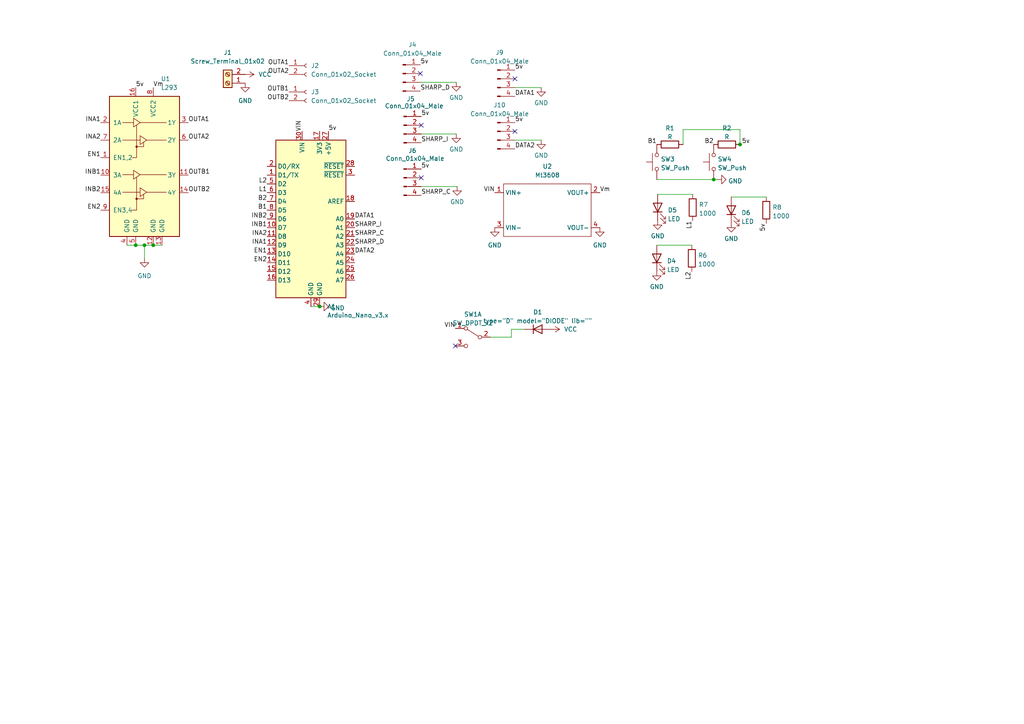
<source format=kicad_sch>
(kicad_sch (version 20230121) (generator eeschema)
  (paper "A4")
  (lib_symbols
    (symbol "Connector:Conn_01x02_Socket" (pin_names (offset 1.016) hide)
      (property "Reference" "J" (at 0 2.54 0))
      (property "Value" "Conn_01x02_Socket" (at 0 -5.08 0))
      (symbol "Conn_01x02_Socket_1_1"
        (arc (start 0 -2.032) (mid -0.5058 -2.54) (end 0 -3.048) (stroke (width 0.1524)))
        (polyline (pts (xy -1.27 -2.54) (xy -0.508 -2.54)) (stroke (width 0.1524)))
        (polyline (pts (xy -1.27 0) (xy -0.508 0)) (stroke (width 0.1524)))
        (arc (start 0 0.508) (mid -0.5058 0) (end 0 -0.508) (stroke (width 0.1524)))
        (pin passive line (at -5.08 0 0) (length 3.81) (name "Pin_1") (number "1"))
        (pin passive line (at -5.08 -2.54 0) (length 3.81) (name "Pin_2") (number "2"))
      )
    )
    (symbol "Connector:Conn_01x04_Male" (pin_names (offset 1.016) hide)
      (property "Reference" "J" (at 0 5.08 0))
      (property "Value" "Conn_01x04_Male" (at 0 -7.62 0))
      (symbol "Conn_01x04_Male_1_1"
        (polyline (pts (xy 1.27 -5.08) (xy 0.8636 -5.08)) (stroke (width 0.1524)))
        (polyline (pts (xy 1.27 -2.54) (xy 0.8636 -2.54)) (stroke (width 0.1524)))
        (polyline (pts (xy 1.27 0) (xy 0.8636 0)) (stroke (width 0.1524)))
        (polyline (pts (xy 1.27 2.54) (xy 0.8636 2.54)) (stroke (width 0.1524)))
        (rectangle (start 0.8636 -4.953) (end 0 -5.207) (stroke (width 0.1524)) (fill (type outline)))
        (rectangle (start 0.8636 -2.413) (end 0 -2.667) (stroke (width 0.1524)) (fill (type outline)))
        (rectangle (start 0.8636 0.127) (end 0 -0.127) (stroke (width 0.1524)) (fill (type outline)))
        (rectangle (start 0.8636 2.667) (end 0 2.413) (stroke (width 0.1524)) (fill (type outline)))
        (pin passive line (at 5.08 2.54 180) (length 3.81) (name "Pin_1") (number "1"))
        (pin passive line (at 5.08 0 180) (length 3.81) (name "Pin_2") (number "2"))
        (pin passive line (at 5.08 -2.54 180) (length 3.81) (name "Pin_3") (number "3"))
        (pin passive line (at 5.08 -5.08 180) (length 3.81) (name "Pin_4") (number "4"))
      )
    )
    (symbol "Connector:Screw_Terminal_01x02" (pin_names (offset 1.016) hide)
      (property "Reference" "J" (at 0 2.54 0))
      (property "Value" "Screw_Terminal_01x02" (at 0 -5.08 0))
      (symbol "Screw_Terminal_01x02_1_1"
        (rectangle (start -1.27 1.27) (end 1.27 -3.81) (stroke (width 0.254)) (fill (type background)))
        (circle (center 0 -2.54) (radius 0.635) (stroke (width 0.1524)))
        (polyline (pts (xy -0.5334 -2.2098) (xy 0.3302 -3.048)) (stroke (width 0.1524)))
        (polyline (pts (xy -0.5334 0.3302) (xy 0.3302 -0.508)) (stroke (width 0.1524)))
        (polyline (pts (xy -0.3556 -2.032) (xy 0.508 -2.8702)) (stroke (width 0.1524)))
        (polyline (pts (xy -0.3556 0.508) (xy 0.508 -0.3302)) (stroke (width 0.1524)))
        (circle (center 0 0) (radius 0.635) (stroke (width 0.1524)))
        (pin passive line (at -5.08 0 0) (length 3.81) (name "Pin_1") (number "1"))
        (pin passive line (at -5.08 -2.54 0) (length 3.81) (name "Pin_2") (number "2"))
      )
    )
    (symbol "Device:LED" (pin_numbers hide) (pin_names (offset 1.016) hide)
      (property "Reference" "D" (at 0 2.54 0))
      (property "Value" "LED" (at 0 -2.54 0))
      (symbol "LED_0_1"
        (polyline (pts (xy -1.27 -1.27) (xy -1.27 1.27)) (stroke (width 0.254)))
        (polyline (pts (xy -1.27 0) (xy 1.27 0)))
        (polyline (pts (xy 1.27 -1.27) (xy 1.27 1.27) (xy -1.27 0) (xy 1.27 -1.27)) (stroke (width 0.254)))
        (polyline (pts (xy -3.048 -0.762) (xy -4.572 -2.286) (xy -3.81 -2.286) (xy -4.572 -2.286) (xy -4.572 -1.524)))
        (polyline (pts (xy -1.778 -0.762) (xy -3.302 -2.286) (xy -2.54 -2.286) (xy -3.302 -2.286) (xy -3.302 -1.524)))
      )
      (symbol "LED_1_1"
        (pin passive line (at -3.81 0 0) (length 2.54) (name "K") (number "1"))
        (pin passive line (at 3.81 0 180) (length 2.54) (name "A") (number "2"))
      )
    )
    (symbol "Device:R" (pin_numbers hide) (pin_names (offset 0))
      (property "Reference" "R" (at 2.032 0 90))
      (property "Value" "R" (at 0 0 90))
      (symbol "R_0_1"
        (rectangle (start -1.016 -2.54) (end 1.016 2.54) (stroke (width 0.254)))
      )
      (symbol "R_1_1"
        (pin passive line (at 0 3.81 270) (length 1.27) (name "~") (number "1"))
        (pin passive line (at 0 -3.81 90) (length 1.27) (name "~") (number "2"))
      )
    )
    (symbol "Driver_Motor:L293" (pin_names (offset 1.016))
      (property "Reference" "U" (at -5.08 26.035 0))
      (property "Value" "L293" (at -5.08 24.13 0))
      (symbol "L293_0_1"
        (rectangle (start -10.16 22.86) (end 10.16 -17.78) (stroke (width 0.254)) (fill (type background)))
        (circle (center -2.286 -6.858) (radius 0.254) (fill (type outline)))
        (circle (center -2.286 8.255) (radius 0.254) (fill (type outline)))
        (polyline (pts (xy -6.35 -4.953) (xy -1.27 -4.953)))
        (polyline (pts (xy -6.35 0.127) (xy -3.175 0.127)))
        (polyline (pts (xy -6.35 10.16) (xy -1.27 10.16)))
        (polyline (pts (xy -6.35 15.24) (xy -3.175 15.24)))
        (polyline (pts (xy -1.27 0.127) (xy 6.35 0.127)))
        (polyline (pts (xy -1.27 15.24) (xy 6.35 15.24)))
        (polyline (pts (xy 0.635 -4.953) (xy 6.35 -4.953)))
        (polyline (pts (xy 0.635 10.16) (xy 6.35 10.16)))
        (polyline (pts (xy -2.286 -6.858) (xy -0.254 -6.858) (xy -0.254 -5.588)))
        (polyline (pts (xy -2.286 -0.635) (xy -2.286 -10.16) (xy -3.556 -10.16)))
        (polyline (pts (xy -2.286 8.255) (xy -0.254 8.255) (xy -0.254 9.525)))
        (polyline (pts (xy -2.286 14.478) (xy -2.286 5.08) (xy -3.556 5.08)))
        (polyline (pts (xy -3.175 1.397) (xy -3.175 -1.143) (xy -1.27 0.127) (xy -3.175 1.397)))
        (polyline (pts (xy -3.175 16.51) (xy -3.175 13.97) (xy -1.27 15.24) (xy -3.175 16.51)))
        (polyline (pts (xy -1.27 -3.683) (xy -1.27 -6.223) (xy 0.635 -4.953) (xy -1.27 -3.683)))
        (polyline (pts (xy -1.27 11.43) (xy -1.27 8.89) (xy 0.635 10.16) (xy -1.27 11.43)))
      )
      (symbol "L293_1_1"
        (pin input line (at -12.7 5.08 0) (length 2.54) (name "EN1,2") (number "1"))
        (pin input line (at -12.7 0 0) (length 2.54) (name "3A") (number "10"))
        (pin output line (at 12.7 0 180) (length 2.54) (name "3Y") (number "11"))
        (pin power_in line (at 2.54 -20.32 90) (length 2.54) (name "GND") (number "12"))
        (pin power_in line (at 5.08 -20.32 90) (length 2.54) (name "GND") (number "13"))
        (pin output line (at 12.7 -5.08 180) (length 2.54) (name "4Y") (number "14"))
        (pin input line (at -12.7 -5.08 0) (length 2.54) (name "4A") (number "15"))
        (pin power_in line (at -2.54 25.4 270) (length 2.54) (name "VCC1") (number "16"))
        (pin input line (at -12.7 15.24 0) (length 2.54) (name "1A") (number "2"))
        (pin output line (at 12.7 15.24 180) (length 2.54) (name "1Y") (number "3"))
        (pin power_in line (at -5.08 -20.32 90) (length 2.54) (name "GND") (number "4"))
        (pin power_in line (at -2.54 -20.32 90) (length 2.54) (name "GND") (number "5"))
        (pin output line (at 12.7 10.16 180) (length 2.54) (name "2Y") (number "6"))
        (pin input line (at -12.7 10.16 0) (length 2.54) (name "2A") (number "7"))
        (pin power_in line (at 2.54 25.4 270) (length 2.54) (name "VCC2") (number "8"))
        (pin input line (at -12.7 -10.16 0) (length 2.54) (name "EN3,4") (number "9"))
      )
    )
    (symbol "GND_1" (power) (pin_names (offset 0))
      (property "Value" "GND_1" (at 0 -3.81 0))
      (symbol "GND_1_0_1"
        (polyline (pts (xy 0 0) (xy 0 -1.27) (xy 1.27 -1.27) (xy 0 -2.54) (xy -1.27 -1.27) (xy 0 -1.27)))
      )
      (symbol "GND_1_1_1"
        (pin power_in line (at 0 0 270) (length 0) hide (name "GND") (number "1"))
      )
    )
    (symbol "MCU_Module:Arduino_Nano_v3.x"
      (property "Reference" "A" (at -10.16 23.495 0))
      (property "Value" "Arduino_Nano_v3.x" (at 5.08 -24.13 0))
      (symbol "Arduino_Nano_v3.x_0_1"
        (rectangle (start -10.16 22.86) (end 10.16 -22.86) (stroke (width 0.254)) (fill (type background)))
      )
      (symbol "Arduino_Nano_v3.x_1_1"
        (pin bidirectional line (at -12.7 12.7 0) (length 2.54) (name "D1/TX") (number "1"))
        (pin bidirectional line (at -12.7 -2.54 0) (length 2.54) (name "D7") (number "10"))
        (pin bidirectional line (at -12.7 -5.08 0) (length 2.54) (name "D8") (number "11"))
        (pin bidirectional line (at -12.7 -7.62 0) (length 2.54) (name "D9") (number "12"))
        (pin bidirectional line (at -12.7 -10.16 0) (length 2.54) (name "D10") (number "13"))
        (pin bidirectional line (at -12.7 -12.7 0) (length 2.54) (name "D11") (number "14"))
        (pin bidirectional line (at -12.7 -15.24 0) (length 2.54) (name "D12") (number "15"))
        (pin bidirectional line (at -12.7 -17.78 0) (length 2.54) (name "D13") (number "16"))
        (pin power_out line (at 2.54 25.4 270) (length 2.54) (name "3V3") (number "17"))
        (pin input line (at 12.7 5.08 180) (length 2.54) (name "AREF") (number "18"))
        (pin bidirectional line (at 12.7 0 180) (length 2.54) (name "A0") (number "19"))
        (pin bidirectional line (at -12.7 15.24 0) (length 2.54) (name "D0/RX") (number "2"))
        (pin bidirectional line (at 12.7 -2.54 180) (length 2.54) (name "A1") (number "20"))
        (pin bidirectional line (at 12.7 -5.08 180) (length 2.54) (name "A2") (number "21"))
        (pin bidirectional line (at 12.7 -7.62 180) (length 2.54) (name "A3") (number "22"))
        (pin bidirectional line (at 12.7 -10.16 180) (length 2.54) (name "A4") (number "23"))
        (pin bidirectional line (at 12.7 -12.7 180) (length 2.54) (name "A5") (number "24"))
        (pin bidirectional line (at 12.7 -15.24 180) (length 2.54) (name "A6") (number "25"))
        (pin bidirectional line (at 12.7 -17.78 180) (length 2.54) (name "A7") (number "26"))
        (pin power_out line (at 5.08 25.4 270) (length 2.54) (name "+5V") (number "27"))
        (pin input line (at 12.7 15.24 180) (length 2.54) (name "~{RESET}") (number "28"))
        (pin power_in line (at 2.54 -25.4 90) (length 2.54) (name "GND") (number "29"))
        (pin input line (at 12.7 12.7 180) (length 2.54) (name "~{RESET}") (number "3"))
        (pin power_in line (at -2.54 25.4 270) (length 2.54) (name "VIN") (number "30"))
        (pin power_in line (at 0 -25.4 90) (length 2.54) (name "GND") (number "4"))
        (pin bidirectional line (at -12.7 10.16 0) (length 2.54) (name "D2") (number "5"))
        (pin bidirectional line (at -12.7 7.62 0) (length 2.54) (name "D3") (number "6"))
        (pin bidirectional line (at -12.7 5.08 0) (length 2.54) (name "D4") (number "7"))
        (pin bidirectional line (at -12.7 2.54 0) (length 2.54) (name "D5") (number "8"))
        (pin bidirectional line (at -12.7 0 0) (length 2.54) (name "D6") (number "9"))
      )
    )
    (symbol "Simulation_SPICE:DIODE" (pin_numbers hide) (pin_names (offset 1.016) hide)
      (property "Reference" "D" (at 0 2.54 0))
      (property "Value" "DIODE" (at 0 -2.54 0))
      (symbol "DIODE_0_1"
        (polyline (pts (xy 1.27 0) (xy -1.27 0)))
        (polyline (pts (xy 1.27 1.27) (xy 1.27 -1.27)) (stroke (width 0.254)))
        (polyline (pts (xy -1.27 -1.27) (xy -1.27 1.27) (xy 1.27 0) (xy -1.27 -1.27)) (stroke (width 0.254)))
      )
      (symbol "DIODE_1_1"
        (pin passive line (at -3.81 0 0) (length 2.54) (name "A") (number "1"))
        (pin passive line (at 3.81 0 180) (length 2.54) (name "K") (number "2"))
      )
    )
    (symbol "Switch:SW_DPDT_x2" (pin_names (offset 0) hide)
      (property "Reference" "SW" (at 0 4.318 0))
      (property "Value" "SW_DPDT_x2" (at 0 -5.08 0))
      (symbol "SW_DPDT_x2_0_0"
        (circle (center -2.032 0) (radius 0.508))
        (circle (center 2.032 -2.54) (radius 0.508))
      )
      (symbol "SW_DPDT_x2_0_1"
        (polyline (pts (xy -1.524 0.254) (xy 1.651 2.286)))
        (circle (center 2.032 2.54) (radius 0.508))
      )
      (symbol "SW_DPDT_x2_1_1"
        (pin passive line (at 5.08 2.54 180) (length 2.54) (name "A") (number "1"))
        (pin passive line (at -5.08 0 0) (length 2.54) (name "B") (number "2"))
        (pin passive line (at 5.08 -2.54 180) (length 2.54) (name "C") (number "3"))
      )
      (symbol "SW_DPDT_x2_2_1"
        (pin passive line (at 5.08 2.54 180) (length 2.54) (name "A") (number "4"))
        (pin passive line (at -5.08 0 0) (length 2.54) (name "B") (number "5"))
        (pin passive line (at 5.08 -2.54 180) (length 2.54) (name "C") (number "6"))
      )
    )
    (symbol "Switch:SW_Push" (pin_numbers hide) (pin_names (offset 1.016) hide)
      (property "Reference" "SW" (at 1.27 2.54 0))
      (property "Value" "SW_Push" (at 0 -1.524 0))
      (symbol "SW_Push_0_1"
        (circle (center -2.032 0) (radius 0.508))
        (polyline (pts (xy 0 1.27) (xy 0 3.048)))
        (polyline (pts (xy 2.54 1.27) (xy -2.54 1.27)))
        (circle (center 2.032 0) (radius 0.508))
        (pin passive line (at -5.08 0 0) (length 2.54) (name "1") (number "1"))
        (pin passive line (at 5.08 0 180) (length 2.54) (name "2") (number "2"))
      )
    )
    (symbol "power:GND" (power) (pin_names (offset 0))
      (property "Value" "GND" (at 0 -3.81 0))
      (symbol "GND_0_1"
        (polyline (pts (xy 0 0) (xy 0 -1.27) (xy 1.27 -1.27) (xy 0 -2.54) (xy -1.27 -1.27) (xy 0 -1.27)))
      )
      (symbol "GND_1_1"
        (pin power_in line (at 0 0 270) (length 0) hide (name "GND") (number "1"))
      )
    )
    (symbol "power:VCC" (power) (pin_names (offset 0))
      (property "Value" "VCC" (at 0 3.81 0))
      (symbol "VCC_0_1"
        (polyline (pts (xy -0.762 1.27) (xy 0 2.54)))
        (polyline (pts (xy 0 0) (xy 0 2.54)))
        (polyline (pts (xy 0 2.54) (xy 0.762 1.27)))
      )
      (symbol "VCC_1_1"
        (pin power_in line (at 0 0 90) (length 0) hide (name "VCC") (number "1"))
      )
    )
    (symbol "propios:Mt3608"
      (property "Reference" "U" (at 0 0 0))
      (property "Value" "Mt3608" (at 0 0 0))
      (symbol "Mt3608_0_1"
        (rectangle (start -12.7 -2.54) (end 12.7 -17.78))
      )
      (symbol "Mt3608_1_1"
        (pin input line (at -15.24 -5.08 0) (length 2.54) (name "VIN+") (number "1"))
        (pin input line (at 15.24 -5.08 180) (length 2.54) (name "VOUT+") (number "2"))
        (pin input line (at -15.24 -15.24 0) (length 2.54) (name "VIN-") (number "3"))
        (pin input line (at 15.24 -15.24 180) (length 2.54) (name "VOUT-") (number "4"))
      )
    )
  )
  (junction (at 39.37 71.12))
  (junction (at 214.63 41.91))
  (junction (at 207.01 52.07))
  (junction (at 92.71 88.9))
  (junction (at 44.45 71.12))
  (junction (at 41.91 71.12))
  (no_connect (at 122.174 36.322))
  (no_connect (at 121.92 21.336))
  (no_connect (at 132.08 100.33))
  (no_connect (at 149.352 22.86))
  (no_connect (at 122.174 51.562))
  (no_connect (at 149.352 38.1))
  (wire (pts (xy 132.334 38.862) (xy 122.174 38.862)))
  (wire (pts (xy 148.336 97.79) (xy 142.24 97.79)))
  (wire (pts (xy 190.5 52.07) (xy 207.01 52.07)))
  (wire (pts (xy 41.91 71.12) (xy 44.45 71.12)))
  (wire (pts (xy 148.336 95.504) (xy 148.336 97.79)))
  (wire (pts (xy 214.63 37.592) (xy 214.63 41.91)))
  (wire (pts (xy 156.972 25.4) (xy 149.352 25.4)))
  (wire (pts (xy 156.972 40.64) (xy 149.352 40.64)))
  (wire (pts (xy 212.09 57.15) (xy 222.25 57.15)))
  (wire (pts (xy 152.146 95.504) (xy 148.336 95.504)))
  (wire (pts (xy 90.17 88.9) (xy 92.71 88.9)))
  (wire (pts (xy 198.12 37.592) (xy 214.63 37.592)))
  (wire (pts (xy 198.12 41.91) (xy 198.12 37.592)))
  (wire (pts (xy 44.45 71.12) (xy 46.99 71.12)))
  (wire (pts (xy 190.5 71.12) (xy 200.66 71.12)))
  (wire (pts (xy 190.754 56.388) (xy 200.914 56.388)))
  (wire (pts (xy 41.91 74.93) (xy 41.91 71.12)))
  (wire (pts (xy 39.37 71.12) (xy 41.91 71.12)))
  (wire (pts (xy 215.138 41.91) (xy 214.63 41.91)))
  (wire (pts (xy 132.334 23.876) (xy 121.92 23.876)))
  (wire (pts (xy 36.83 71.12) (xy 39.37 71.12)))
  (wire (pts (xy 207.01 52.07) (xy 208.026 52.07)))
  (wire (pts (xy 132.588 54.102) (xy 122.174 54.102)))
  (label "B1" (at 77.47 60.96 180))
  (label "INB1" (at 77.47 66.04 180))
  (label "INA2" (at 29.21 40.64 180))
  (label "DATA2" (at 149.352 43.18 0))
  (label "5v" (at 215.138 41.91 0))
  (label "EN2" (at 77.47 76.2 180))
  (label "SHARP_I" (at 102.87 66.04 0))
  (label "5v" (at 222.25 64.77 270))
  (label "L1" (at 200.914 64.008 270))
  (label "SHARP_D" (at 121.92 26.416 0))
  (label "DATA1" (at 102.87 63.5 0))
  (label "B2" (at 207.01 41.91 180))
  (label "INA1" (at 29.21 35.56 180))
  (label "Vm" (at 44.45 25.4 0))
  (label "INA2" (at 77.47 68.58 180))
  (label "EN1" (at 29.21 45.72 180))
  (label "5v" (at 121.92 18.796 0))
  (label "5v" (at 149.352 35.56 0))
  (label "DATA2" (at 102.87 73.66 0))
  (label "SHARP_D" (at 102.87 71.12 0))
  (label "INB2" (at 29.21 55.88 180))
  (label "INB2" (at 77.47 63.5 180))
  (label "OUTA2" (at 54.61 40.64 0))
  (label "OUTB1" (at 54.61 50.8 0))
  (label "5v" (at 95.25 38.1 0))
  (label "INA1" (at 77.47 71.12 180))
  (label "OUTA2" (at 83.82 21.59 180))
  (label "L2" (at 200.66 78.74 270))
  (label "5v" (at 122.174 49.022 0))
  (label "Vm" (at 173.99 55.88 0))
  (label "5v" (at 122.174 33.782 0))
  (label "EN2" (at 29.21 60.96 180))
  (label "VIN" (at 143.51 55.88 180))
  (label "VIN" (at 87.63 38.1 90))
  (label "DATA1" (at 149.352 27.94 0))
  (label "B2" (at 77.47 58.42 180))
  (label "5v" (at 39.37 25.4 0))
  (label "OUTB2" (at 83.82 29.21 180))
  (label "EN1" (at 77.47 73.66 180))
  (label "VIN" (at 132.08 95.25 180))
  (label "OUTB2" (at 54.61 55.88 0))
  (label "L2" (at 77.47 53.34 180))
  (label "SHARP_C" (at 102.87 68.58 0))
  (label "L1" (at 77.47 55.88 180))
  (label "OUTA1" (at 83.82 19.05 180))
  (label "5v" (at 149.352 20.32 0))
  (label "SHARP_C" (at 122.174 56.642 0))
  (label "OUTA1" (at 54.61 35.56 0))
  (label "INB1" (at 29.21 50.8 180))
  (label "OUTB1" (at 83.82 26.67 180))
  (label "B1" (at 190.5 41.91 180))
  (label "SHARP_I" (at 122.174 41.402 0))
  (symbol (lib_id "Connector:Conn_01x04_Male") (at 116.84 21.336 0) (unit 1)
    (property "Reference" "J4" (at 119.634 12.954 0))
    (property "Value" "Conn_01x04_Male" (at 119.634 15.494 0))
    (property "Footprint" "Connector_PinHeader_2.54mm:PinHeader_1x04_P2.54mm_Vertical" (effects hide))
  )
  (symbol (lib_id "propios:Mt3608") (at 158.75 50.8 0) (unit 1)
    (property "Reference" "U2" (at 158.75 48.26 0))
    (property "Value" "Mt3608" (at 158.75 50.8 0))
    (property "Footprint" "propios:MT3608" (effects hide))
  )
  (symbol (lib_id "Switch:SW_Push") (at 190.5 46.99 90) (unit 1)
    (property "Reference" "SW3" (at 191.643 46.1553 90) (effects (justify right)))
    (property "Value" "SW_Push" (at 191.643 48.6922 90) (effects (justify right)))
    (property "Footprint" "Button_Switch_THT:SW_PUSH_6mm" (effects hide))
  )
  (symbol (lib_id "Device:R") (at 222.25 60.96 0) (unit 1)
    (property "Reference" "R8" (at 224.028 60.1253 0) (effects (justify left)))
    (property "Value" "1000" (at 224.028 62.6622 0) (effects (justify left)))
    (property "Footprint" "Resistor_THT:R_Axial_DIN0207_L6.3mm_D2.5mm_P10.16mm_Horizontal" (effects hide))
  )
  (symbol (lib_id "Switch:SW_Push") (at 207.01 46.99 90) (unit 1)
    (property "Reference" "SW4" (at 208.153 46.1553 90) (effects (justify right)))
    (property "Value" "SW_Push" (at 208.153 48.6922 90) (effects (justify right)))
    (property "Footprint" "Button_Switch_THT:SW_PUSH_6mm" (effects hide))
  )
  (symbol (lib_id "power:VCC") (at 71.12 21.59 270) (unit 1)
    (property "Reference" "#PWR06" (effects hide))
    (property "Value" "VCC" (at 74.93 21.59 90) (effects (justify left)))
  )
  (symbol (lib_id "Connector:Screw_Terminal_01x02") (at 66.04 24.13 180) (unit 1)
    (property "Reference" "J1" (at 66.04 15.24 0))
    (property "Value" "Screw_Terminal_01x02" (at 66.04 17.78 0))
    (property "Footprint" "Connector_PinSocket_2.54mm:PinSocket_1x02_P2.54mm_Vertical" (effects hide))
  )
  (symbol (lib_id "Switch:SW_DPDT_x2") (at 137.16 97.79 0) (mirror y) (unit 1)
    (property "Reference" "SW1" (at 137.16 91.1692 0))
    (property "Value" "SW_DPDT_x2" (at 137.16 93.7061 0))
    (property "Footprint" "Button_Switch_THT:SW_Slide_1P2T_CK_OS102011MS2Q" (effects hide))
  )
  (symbol (lib_id "power:GND") (at 190.754 64.008 0) (unit 1)
    (property "Reference" "#PWR02" (effects hide))
    (property "Value" "GND" (at 190.754 68.4514 0))
  )
  (symbol (lib_id "Connector:Conn_01x02_Socket") (at 88.9 26.67 0) (unit 1)
    (property "Reference" "J3" (at 90.17 26.67 0) (effects (justify left)))
    (property "Value" "Conn_01x02_Socket" (at 90.17 29.21 0) (effects (justify left)))
    (property "Footprint" "Connector_PinSocket_2.54mm:PinSocket_1x02_P2.54mm_Vertical" (effects hide))
  )
  (symbol (lib_id "Simulation_SPICE:DIODE") (at 155.956 95.504 180) (unit 1)
    (property "Reference" "D1" (at 155.956 90.5342 0))
    (property "Value" "${SIM.PARAMS}" (at 155.956 93.0711 0))
    (property "Footprint" "Diode_THT:D_5W_P12.70mm_Horizontal" (effects hide))
    (property "Sim.Device" "SPICE" (effects hide))
    (property "Sim.Params" "type=\"D\" model=\"DIODE\" lib=\"\"" (effects hide))
    (property "Sim.Pins" "1=1 2=2" (effects hide))
  )
  (symbol (lib_id "power:GND") (at 132.334 38.862 0) (unit 1)
    (property "Reference" "#PWR015" (effects hide))
    (property "Value" "GND" (at 132.334 43.3054 0))
  )
  (symbol (lib_id "Connector:Conn_01x04_Male") (at 144.272 22.86 0) (unit 1)
    (property "Reference" "J9" (at 144.907 15.24 0))
    (property "Value" "Conn_01x04_Male" (at 144.907 17.78 0))
    (property "Footprint" "Connector_PinHeader_2.54mm:PinHeader_1x04_P2.54mm_Vertical" (effects hide))
  )
  (symbol (lib_id "power:GND") (at 212.09 64.77 0) (unit 1)
    (property "Reference" "#PWR03" (effects hide))
    (property "Value" "GND" (at 212.09 69.2134 0))
  )
  (symbol (lib_id "Device:R") (at 200.66 74.93 0) (unit 1)
    (property "Reference" "R6" (at 202.438 74.0953 0) (effects (justify left)))
    (property "Value" "1000" (at 202.438 76.6322 0) (effects (justify left)))
    (property "Footprint" "Resistor_THT:R_Axial_DIN0207_L6.3mm_D2.5mm_P10.16mm_Horizontal" (effects hide))
  )
  (symbol (lib_id "power:GND") (at 156.972 25.4 0) (unit 1)
    (property "Reference" "#PWR011" (effects hide))
    (property "Value" "GND" (at 156.972 29.8434 0))
  )
  (symbol (lib_name "GND_1") (lib_id "power:GND") (at 143.51 66.04 0) (unit 1)
    (property "Reference" "#PWR08" (effects hide))
    (property "Value" "GND" (at 143.51 71.12 0))
  )
  (symbol (lib_id "Connector:Conn_01x04_Male") (at 117.094 51.562 0) (unit 1)
    (property "Reference" "J6" (at 119.634 43.688 0))
    (property "Value" "Conn_01x04_Male" (at 120.396 45.974 0))
    (property "Footprint" "Connector_PinHeader_2.54mm:PinHeader_1x04_P2.54mm_Vertical" (effects hide))
  )
  (symbol (lib_id "Device:LED") (at 190.5 74.93 90) (unit 1)
    (property "Reference" "D4" (at 193.421 75.6828 90) (effects (justify right)))
    (property "Value" "LED" (at 193.421 78.2197 90) (effects (justify right)))
    (property "Footprint" "LED_THT:LED_D3.0mm" (effects hide))
  )
  (symbol (lib_id "power:GND") (at 190.5 78.74 0) (unit 1)
    (property "Reference" "#PWR01" (effects hide))
    (property "Value" "GND" (at 190.5 83.1834 0))
  )
  (symbol (lib_id "power:VCC") (at 159.766 95.504 270) (unit 1)
    (property "Reference" "#PWR010" (effects hide))
    (property "Value" "VCC" (at 163.576 95.504 90) (effects (justify left)))
  )
  (symbol (lib_id "power:GND") (at 132.334 23.876 0) (unit 1)
    (property "Reference" "#PWR014" (effects hide))
    (property "Value" "GND" (at 132.334 28.3194 0))
  )
  (symbol (lib_id "Device:LED") (at 190.754 60.198 90) (unit 1)
    (property "Reference" "D5" (at 193.675 60.9508 90) (effects (justify right)))
    (property "Value" "LED" (at 193.675 63.4877 90) (effects (justify right)))
    (property "Footprint" "LED_THT:LED_D3.0mm" (effects hide))
  )
  (symbol (lib_id "power:GND") (at 208.026 52.07 90) (unit 1)
    (property "Reference" "#PWR04" (effects hide))
    (property "Value" "GND" (at 211.201 52.5038 90) (effects (justify right)))
  )
  (symbol (lib_id "Connector:Conn_01x04_Male") (at 117.094 36.322 0) (unit 1)
    (property "Reference" "J5" (at 119.126 28.702 0))
    (property "Value" "Conn_01x04_Male" (at 120.142 30.734 0))
    (property "Footprint" "Connector_PinHeader_2.54mm:PinHeader_1x04_P2.54mm_Vertical" (effects hide))
  )
  (symbol (lib_id "Device:R") (at 194.31 41.91 270) (unit 1)
    (property "Reference" "R1" (at 194.31 37.1942 90))
    (property "Value" "R" (at 194.31 39.7311 90))
    (property "Footprint" "Resistor_THT:R_Axial_DIN0207_L6.3mm_D2.5mm_P10.16mm_Horizontal" (effects hide))
  )
  (symbol (lib_id "Connector:Conn_01x02_Socket") (at 88.9 19.05 0) (unit 1)
    (property "Reference" "J2" (at 90.17 19.05 0) (effects (justify left)))
    (property "Value" "Conn_01x02_Socket" (at 90.17 21.59 0) (effects (justify left)))
    (property "Footprint" "Connector_PinSocket_2.54mm:PinSocket_1x02_P2.54mm_Vertical" (effects hide))
  )
  (symbol (lib_name "GND_1") (lib_id "power:GND") (at 173.99 66.04 0) (unit 1)
    (property "Reference" "#PWR09" (effects hide))
    (property "Value" "GND" (at 173.99 71.12 0))
  )
  (symbol (lib_id "MCU_Module:Arduino_Nano_v3.x") (at 90.17 63.5 0) (unit 1)
    (property "Reference" "A1" (at 94.9041 88.9 0) (effects (justify left)))
    (property "Value" "Arduino_Nano_v3.x" (at 94.9041 91.44 0) (effects (justify left)))
    (property "Footprint" "Module:Arduino_Nano" (effects hide))
    (property "Datasheet" "http://www.mouser.com/pdfdocs/Gravitech_Arduino_Nano3_0.pdf" (effects hide))
  )
  (symbol (lib_id "Device:R") (at 210.82 41.91 90) (unit 1)
    (property "Reference" "R2" (at 210.82 37.1942 90))
    (property "Value" "R" (at 210.82 39.7311 90))
    (property "Footprint" "Resistor_THT:R_Axial_DIN0207_L6.3mm_D2.5mm_P10.16mm_Horizontal" (effects hide))
  )
  (symbol (lib_id "Device:R") (at 200.914 60.198 0) (unit 1)
    (property "Reference" "R7" (at 202.692 59.3633 0) (effects (justify left)))
    (property "Value" "1000" (at 202.692 61.9002 0) (effects (justify left)))
    (property "Footprint" "Resistor_THT:R_Axial_DIN0207_L6.3mm_D2.5mm_P10.16mm_Horizontal" (effects hide))
  )
  (symbol (lib_id "Connector:Conn_01x04_Male") (at 144.272 38.1 0) (unit 1)
    (property "Reference" "J10" (at 144.907 30.48 0))
    (property "Value" "Conn_01x04_Male" (at 144.907 33.02 0))
    (property "Footprint" "Connector_PinHeader_2.54mm:PinHeader_1x04_P2.54mm_Vertical" (effects hide))
  )
  (symbol (lib_id "power:GND") (at 92.71 88.9 90) (unit 1)
    (property "Reference" "#PWR05" (effects hide))
    (property "Value" "GND" (at 95.885 89.3338 90) (effects (justify right)))
  )
  (symbol (lib_id "Device:LED") (at 212.09 60.96 90) (unit 1)
    (property "Reference" "D6" (at 215.011 61.7128 90) (effects (justify right)))
    (property "Value" "LED" (at 215.011 64.2497 90) (effects (justify right)))
    (property "Footprint" "LED_THT:LED_D3.0mm" (effects hide))
  )
  (symbol (lib_name "GND_1") (lib_id "power:GND") (at 71.12 24.13 0) (unit 1)
    (property "Reference" "#PWR07" (effects hide))
    (property "Value" "GND" (at 71.12 29.21 0))
  )
  (symbol (lib_id "power:GND") (at 41.91 74.93 0) (unit 1)
    (property "Reference" "#PWR012" (effects hide))
    (property "Value" "GND" (at 41.91 80.01 0))
  )
  (symbol (lib_id "power:GND") (at 156.972 40.64 0) (unit 1)
    (property "Reference" "#PWR013" (effects hide))
    (property "Value" "GND" (at 156.972 45.0834 0))
  )
  (symbol (lib_id "power:GND") (at 132.588 54.102 0) (unit 1)
    (property "Reference" "#PWR016" (effects hide))
    (property "Value" "GND" (at 132.588 58.5454 0))
  )
  (symbol (lib_id "Driver_Motor:L293") (at 41.91 50.8 0) (unit 1)
    (property "Reference" "U1" (at 46.6441 22.86 0) (effects (justify left)))
    (property "Value" "L293" (at 46.6441 25.4 0) (effects (justify left)))
    (property "Footprint" "Package_DIP:DIP-16_W7.62mm" (effects hide))
    (property "Datasheet" "http://www.ti.com/lit/ds/symlink/l293.pdf" (effects hide))
  )
)
</source>
